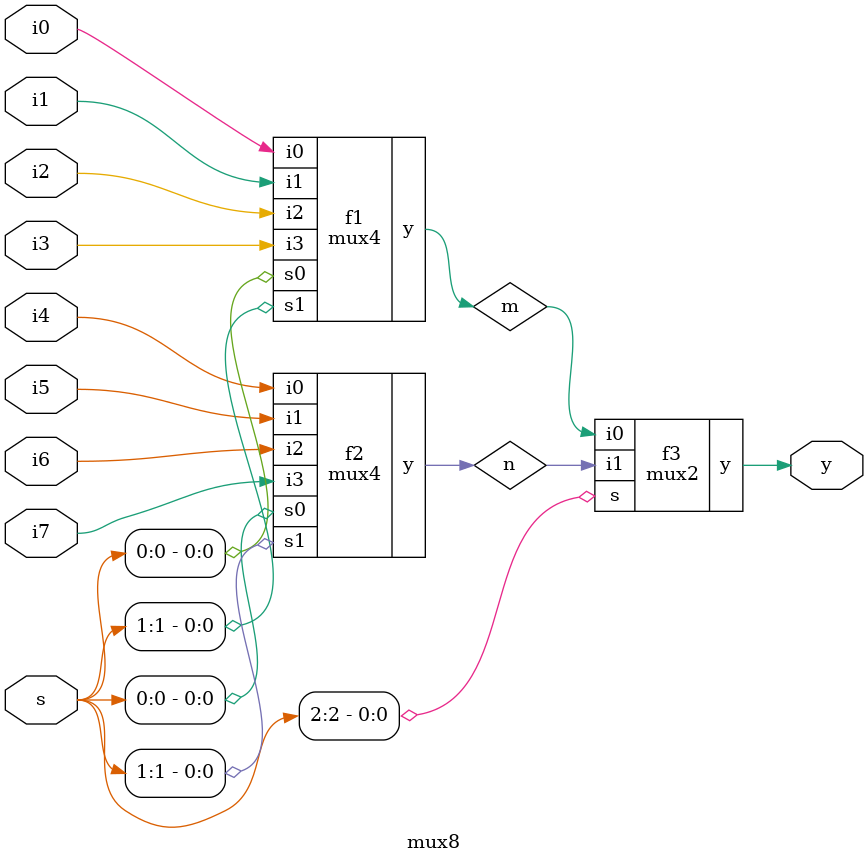
<source format=v>
module mux2(i0,i1,s,y);
    input wire i0,i1,s;
    output wire y;
    assign y = ((~s)&i0) | (s&i1);
endmodule

module mux4(i0,i1,i2,i3,s1,s0,y);
    input wire i0,i1,i2,i3;
    input wire s1,s0;
    output wire y;
    wire m,n;
    mux2 f1(i0,i1,s0,m);
    mux2 f2(i2,i3,s0,n);
    mux2 f3(m,n,s1,y);
endmodule

module mux8(i0,i1,i2,i3,i4,i5,i6,i7,s,y);
    input wire i0,i1,i2,i3,i4,i5,i6,i7;
    input wire [2:0]s;
    output wire y;
    wire m,n;
    mux4 f1(i0,i1,i2,i3,s[1],s[0],m);
    mux4 f2(i4,i5,i6,i7,s[1],s[0],n);
    mux2 f3(m,n,s[2],y);
endmodule
</source>
